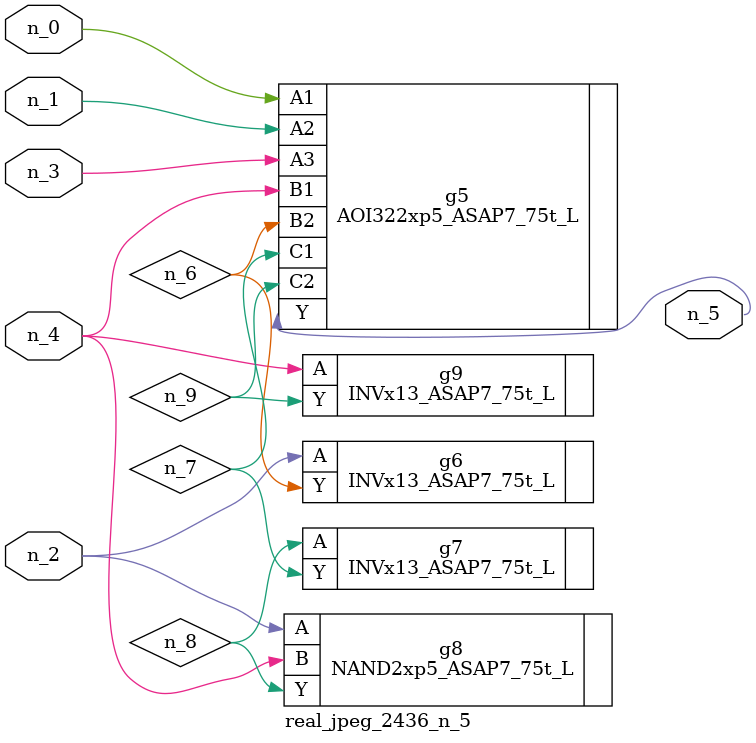
<source format=v>
module real_jpeg_2436_n_5 (n_4, n_0, n_1, n_2, n_3, n_5);

input n_4;
input n_0;
input n_1;
input n_2;
input n_3;

output n_5;

wire n_8;
wire n_6;
wire n_7;
wire n_9;

AOI322xp5_ASAP7_75t_L g5 ( 
.A1(n_0),
.A2(n_1),
.A3(n_3),
.B1(n_4),
.B2(n_6),
.C1(n_7),
.C2(n_9),
.Y(n_5)
);

INVx13_ASAP7_75t_L g6 ( 
.A(n_2),
.Y(n_6)
);

NAND2xp5_ASAP7_75t_L g8 ( 
.A(n_2),
.B(n_4),
.Y(n_8)
);

INVx13_ASAP7_75t_L g9 ( 
.A(n_4),
.Y(n_9)
);

INVx13_ASAP7_75t_L g7 ( 
.A(n_8),
.Y(n_7)
);


endmodule
</source>
